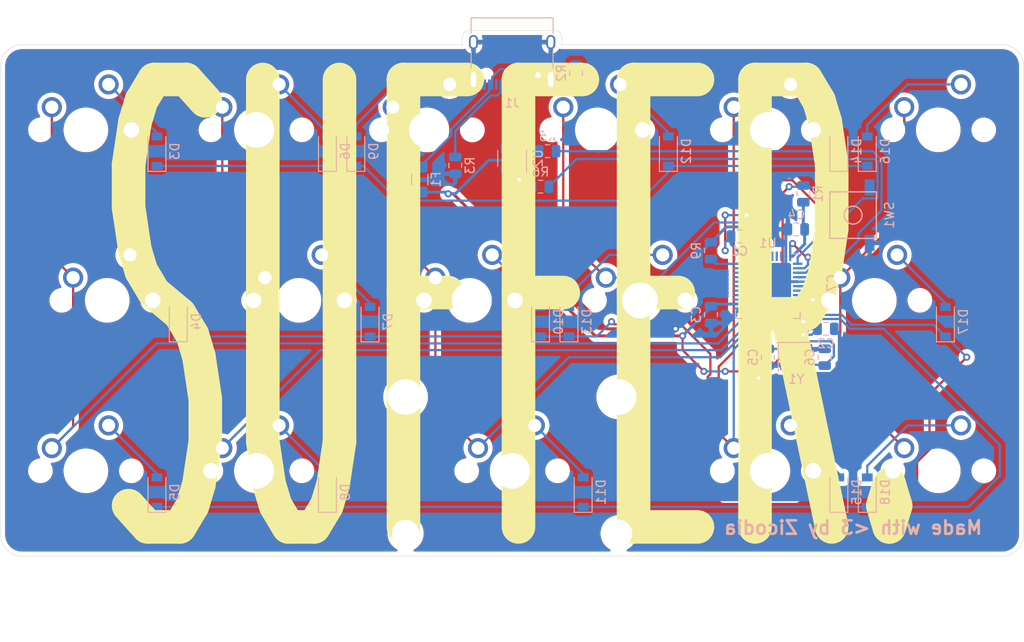
<source format=kicad_pcb>
(kicad_pcb (version 20211014) (generator pcbnew)
  (layers (0 "F.Cu" signal) (31 "B.Cu" signal) (34 "B.Paste" user) (35 "F.Paste" user) (36 "B.SilkS" user "B.Silkscreen") (37 "F.SilkS" user "F.Silkscreen") (38 "B.Mask" user) (39 "F.Mask" user) (44 "Edge.Cuts" user))
  (net 0 "")
  (net 1 "XTAL2")
  (net 2 "XTAL1")
  (net 3 "VBUS")
  (net 4 "Row2")
  (net 5 "Row1")
  (net 6 "Row0")
  (net 7 "Reset")
  (net 8 "Net-(R9-Pad2)")
  (net 9 "Net-(R6-Pad1)")
  (net 10 "Net-(R5-Pad1)")
  (net 11 "Net-(J1-PadB5)")
  (net 12 "Net-(J1-PadA5)")
  (net 13 "Net-(D9-Pad2)")
  (net 14 "Net-(D8-Pad2)")
  (net 15 "Net-(D7-Pad2)")
  (net 16 "Net-(D6-Pad2)")
  (net 17 "Net-(D5-Pad2)")
  (net 18 "Net-(D4-Pad2)")
  (net 19 "Net-(D3-Pad2)")
  (net 20 "Net-(D18-Pad2)")
  (net 21 "Net-(D17-Pad2)")
  (net 22 "Net-(D16-Pad2)")
  (net 23 "Net-(D15-Pad2)")
  (net 24 "Net-(D14-Pad2)")
  (net 25 "Net-(D13-Pad2)")
  (net 26 "Net-(D12-Pad2)")
  (net 27 "Net-(D11-Pad2)")
  (net 28 "Net-(D10-Pad2)")
  (net 29 "Net-(C7-Pad1)")
  (net 30 "GND")
  (net 31 "D_BUS-")
  (net 32 "D_BUS+")
  (net 33 "D-")
  (net 34 "D+")
  (net 35 "Col5")
  (net 36 "Col4")
  (net 37 "Col3")
  (net 38 "Col2")
  (net 39 "Col1")
  (net 40 "Col0")
  (net 41 "+5V")
  (footprint "MX_Only:MXOnly-1U-NoLED" (layer "F.Cu") (at 35.71875 126.20625)
    (fp_text reference "MX1")
    (fp_text value "MX-NoLED")
  )
  (footprint "MX_Only:MXOnly-1.25U-NoLED" (layer "F.Cu") (at 38.1 145.25625)
    (fp_text reference "MX2")
    (fp_text value "MX-NoLED")
  )
  (footprint "MX_Only:MXOnly-1U-NoLED" (layer "F.Cu") (at 35.71875 164.30625)
    (fp_text reference "MX3")
    (fp_text value "MX-NoLED")
  )
  (footprint "MX_Only:MXOnly-1U-NoLED" (layer "F.Cu") (at 54.76875 126.20625)
    (fp_text reference "MX4")
    (fp_text value "MX-NoLED")
  )
  (footprint "MX_Only:MXOnly-1U-NoLED" (layer "F.Cu") (at 59.53125 145.25625)
    (fp_text reference "MX5")
    (fp_text value "MX-NoLED")
  )
  (footprint "MX_Only:MXOnly-1U-NoLED" (layer "F.Cu") (at 54.76875 164.30625)
    (fp_text reference "MX6")
    (fp_text value "MX-NoLED")
  )
  (footprint "MX_Only:MXOnly-1U-NoLED" (layer "F.Cu") (at 73.81875 126.20625)
    (fp_text reference "MX7")
    (fp_text value "MX-NoLED")
  )
  (footprint "MX_Only:MXOnly-1U-NoLED" (layer "F.Cu") (at 78.58125 145.25625)
    (fp_text reference "MX8")
    (fp_text value "MX-NoLED")
  )
  (footprint "MX_Only:MXOnly-2U-ReversedStabilizers-NoLED" (layer "F.Cu") (at 83.34375 164.30625)
    (fp_text reference "MX9")
    (fp_text value "MX-NoLED")
  )
  (footprint "MX_Only:MXOnly-1U-NoLED" (layer "F.Cu") (at 97.63125 145.25625)
    (fp_text reference "MX11")
    (fp_text value "MX-NoLED")
  )
  (footprint "MX_Only:MXOnly-1U-NoLED" (layer "F.Cu") (at 111.91875 126.20625)
    (fp_text reference "MX12")
    (fp_text value "MX-NoLED")
  )
  (footprint "MX_Only:MXOnly-1U-NoLED" (layer "F.Cu") (at 130.96875 126.20625)
    (fp_text reference "MX14")
    (fp_text value "MX-NoLED")
  )
  (footprint "MX_Only:MXOnly-1.75U-NoLED" (layer "F.Cu") (at 123.825 145.25625)
    (fp_text reference "MX15")
    (fp_text value "MX-NoLED")
  )
  (footprint "MX_Only:MXOnly-1U-NoLED" (layer "F.Cu") (at 130.96875 164.30625)
    (fp_text reference "MX16")
    (fp_text value "MX-NoLED")
  )
  (footprint "MX_Only:MXOnly-1U-NoLED" (layer "F.Cu") (at 92.86875 126.20625)
    (fp_text reference "MX10")
    (fp_text value "MX-NoLED")
  )
  (footprint "MX_Only:MXOnly-1U-NoLED" (layer "F.Cu") (at 111.91875 164.30625)
    (fp_text reference "MX13")
    (fp_text value "MX-NoLED")
  )
  (footprint "Capacitor_SMD:C_0504_1310Metric" (layer "B.Cu") (at 117.58 143.31 90)
    (fp_text reference "C7")
    (fp_text value "1uF")
  )
  (footprint "Diode_SMD:D_SOD-123" (layer "B.Cu") (at 43.65625 128.5875 90)
    (fp_text reference "D3")
    (fp_text value "D_Small")
  )
  (footprint "Diode_SMD:D_SOD-123" (layer "B.Cu") (at 46.0375 147.6375 90)
    (fp_text reference "D4")
    (fp_text value "D_Small")
  )
  (footprint "Diode_SMD:D_SOD-123" (layer "B.Cu") (at 43.65625 166.6875 90)
    (fp_text reference "D5")
    (fp_text value "D_Small")
  )
  (footprint "Diode_SMD:D_SOD-123" (layer "B.Cu") (at 62.70625 128.5875 90)
    (fp_text reference "D6")
    (fp_text value "D_Small")
  )
  (footprint "Diode_SMD:D_SOD-123" (layer "B.Cu") (at 67.46875 147.6375 90)
    (fp_text reference "D7")
    (fp_text value "D_Small")
  )
  (footprint "Diode_SMD:D_SOD-123" (layer "B.Cu") (at 62.70625 166.6875 90)
    (fp_text reference "D8")
    (fp_text value "D_Small")
  )
  (footprint "Diode_SMD:D_SOD-123" (layer "B.Cu") (at 65.88125 128.5875 90)
    (fp_text reference "D9")
    (fp_text value "D_Small")
  )
  (footprint "Diode_SMD:D_SOD-123" (layer "B.Cu") (at 86.51875 147.6375 90)
    (fp_text reference "D10")
    (fp_text value "D_Small")
  )
  (footprint "Diode_SMD:D_SOD-123" (layer "B.Cu") (at 91.28125 166.6875 90)
    (fp_text reference "D11")
    (fp_text value "D_Small")
  )
  (footprint "Diode_SMD:D_SOD-123" (layer "B.Cu") (at 100.80625 128.5875 90)
    (fp_text reference "D12")
    (fp_text value "D_Small")
  )
  (footprint "Diode_SMD:D_SOD-123" (layer "B.Cu") (at 119.85625 128.5875 90)
    (fp_text reference "D14")
    (fp_text value "D_Small")
  )
  (footprint "Diode_SMD:D_SOD-123" (layer "B.Cu") (at 119.85625 166.6875 90)
    (fp_text reference "D15")
    (fp_text value "D_Small")
  )
  (footprint "Diode_SMD:D_SOD-123" (layer "B.Cu") (at 123.03125 128.5875 90)
    (fp_text reference "D16")
    (fp_text value "D_Small")
  )
  (footprint "Diode_SMD:D_SOD-123" (layer "B.Cu") (at 131.7625 147.6375 90)
    (fp_text reference "D17")
    (fp_text value "D_Small")
  )
  (footprint "Resistor_SMD:R_0805_2012Metric" (layer "B.Cu") (at 115.8875 133.35 90)
    (fp_text reference "R1")
    (fp_text value "10k")
  )
  (footprint "Resistor_SMD:R_0805_2012Metric" (layer "B.Cu") (at 90.4875 119.85625 -90)
    (fp_text reference "R2")
    (fp_text value "5.1k")
  )
  (footprint "Resistor_SMD:R_0805_2012Metric" (layer "B.Cu") (at 76.99375 130.175 90)
    (fp_text reference "R3")
    (fp_text value "5.1k")
  )
  (footprint "Resistor_SMD:R_0805_2012Metric" (layer "B.Cu") (at 87.3125 128.5875 180)
    (fp_text reference "R5")
    (fp_text value "22")
  )
  (footprint "Resistor_SMD:R_0805_2012Metric" (layer "B.Cu") (at 86.51875 132.55625 180)
    (fp_text reference "R6")
    (fp_text value "22")
  )
  (footprint "random-keyboard-parts:SKQG-1155865" (layer "B.Cu") (at 121.44375 135.73125 -90)
    (fp_text reference "SW1")
    (fp_text value "SW_Push")
  )
  (footprint "Package_DFN_QFN:QFN-44-1EP_7x7mm_P0.5mm_EP5.2x5.2mm" (layer "B.Cu") (at 111.91875 143.66875 180)
    (fp_text reference "U1")
    (fp_text value "ATmega32U4-MU")
  )
  (footprint "Crystal:Crystal_SMD_3225-4Pin_3.2x2.5mm" (layer "B.Cu") (at 115.09375 151.60625)
    (fp_text reference "Y1")
    (fp_text value "16 MHz")
  )
  (footprint "Fuse:Fuse_1206_3216Metric" (layer "B.Cu") (at 73.025 131.7625 90)
    (fp_text reference "F1")
    (fp_text value "500mA")
  )
  (footprint "Diode_SMD:D_SOD-123" (layer "B.Cu") (at 89.69375 147.6375 90)
    (fp_text reference "D13")
    (fp_text value "D_Small")
  )
  (footprint "Diode_SMD:D_SOD-123" (layer "B.Cu") (at 123.03125 166.6875 90)
    (fp_text reference "D18")
    (fp_text value "D_Small")
  )
  (footprint "Capacitor_SMD:C_0805_2012Metric" (layer "B.Cu") (at 118.26875 151.60625 -90)
    (fp_text reference "C6")
    (fp_text value "22pF")
  )
  (footprint "Capacitor_SMD:C_0805_2012Metric" (layer "B.Cu") (at 108.74375 138.1125)
    (fp_text reference "C1")
    (fp_text value "0.1uF")
  )
  (footprint "USB_Connectors:USB_C_Receptacle_XKB_U262-16XN-4BVC11" (layer "B.Cu") (at 83.34375 117.475)
    (fp_text reference "J1")
    (fp_text value "USB_C_Receptacle_USB2.0")
  )
  (footprint "Package_TO_SOT_SMD:SOT-23-6" (layer "B.Cu") (at 83.34375 129.38125 90)
    (fp_text reference "U2")
    (fp_text value "USBLC6-2SC6")
  )
  (footprint "Capacitor_SMD:C_0805_2012Metric" (layer "B.Cu") (at 111.91875 151.60625 -90)
    (fp_text reference "C5")
    (fp_text value "22pF")
  )
  (footprint "Capacitor_SMD:C_0805_2012Metric" (layer "B.Cu") (at 105.56875 146.84375 -90)
    (fp_text reference "C3")
    (fp_text value "0.1uF")
  )
  (footprint "Capacitor_SMD:C_0805_2012Metric" (layer "B.Cu") (at 115.09375 137.31875 180)
    (fp_text reference "C4")
    (fp_text value "10uF")
  )
  (footprint "Capacitor_SMD:C_0805_2012Metric" (layer "B.Cu") (at 118.4125 148.43125)
    (fp_text reference "C2")
    (fp_text value "0.1uF")
  )
  (footprint "Resistor_SMD:R_0805_2012Metric" (layer "B.Cu") (at 105.56875 139.7 -90)
    (fp_text reference "R9")
    (fp_text value "10k")
  )
  (gr_line (start 138.1125 116.68125) (end 88.9 116.68125) (layer "Edge.Cuts") (width 0.05))
  (gr_arc (start 140.49375 171.45) (mid 139.796298 173.133798) (end 138.1125 173.83125) (layer "Edge.Cuts") (width 0.05))
  (gr_line (start 88.10625 115.09375) (end 78.58125 115.09375) (layer "Edge.Cuts") (width 0.05))
  (gr_line (start 140.49375 171.45) (end 140.49375 119.0625) (layer "Edge.Cuts") (width 0.05))
  (gr_line (start 26.19375 119.0625) (end 26.19375 171.45) (layer "Edge.Cuts") (width 0.05))
  (gr_arc (start 28.575 173.83125) (mid 26.891202 173.133798) (end 26.19375 171.45) (layer "Edge.Cuts") (width 0.05))
  (gr_line (start 28.575 173.83125) (end 138.1125 173.83125) (layer "Edge.Cuts") (width 0.05))
  (gr_line (start 88.9 116.68125) (end 88.9 115.8875) (layer "Edge.Cuts") (width 0.05))
  (gr_arc (start 88.10625 115.09375) (mid 88.667516 115.326234) (end 88.9 115.8875) (layer "Edge.Cuts") (width 0.05))
  (gr_arc (start 26.19375 119.0625) (mid 26.891202 117.378702) (end 28.575 116.68125) (layer "Edge.Cuts") (width 0.05))
  (gr_line (start 77.7875 116.68125) (end 28.575 116.68125) (layer "Edge.Cuts") (width 0.05))
  (gr_arc (start 138.1125 116.68125) (mid 139.796298 117.378702) (end 140.49375 119.0625) (layer "Edge.Cuts") (width 0.05))
  (gr_arc (start 77.7875 115.8875) (mid 78.019984 115.326234) (end 78.58125 115.09375) (layer "Edge.Cuts") (width 0.05))
  (gr_line (start 77.7875 115.8875) (end 77.7875 116.68125) (layer "Edge.Cuts") (width 0.05))
  (gr_text "Made with <3 by Zicodia" (at 121.44375 170.65625) (layer "B.SilkS") (effects (font (size 1.5 1.5) (thickness 0.3)) (justify mirror)))
  (gr_text "SUFFER." (at 83.34375 147.6375) (layer "F.SilkS") (effects (font (size 50.000002 15) (thickness 3.75))))
  (segment (start 119.29576 150.188582) (end 118.936427 149.829249) (width 0.254) (layer "B.Cu") (net 1))
  (segment (start 114.604249 149.829249) (end 112.41875 147.64375) (width 0.254) (layer "B.Cu") (net 1))
  (segment (start 119.29576 151.51674) (end 119.29576 150.188582) (width 0.254) (layer "B.Cu") (net 1))
  (segment (start 112.41875 147.64375) (end 112.41875 147.00625) (width 0.254) (layer "B.Cu") (net 1))
  (segment (start 118.26875 152.54375) (end 119.29576 151.51674) (width 0.254) (layer "B.Cu") (net 1))
  (segment (start 118.18125 152.45625) (end 118.26875 152.54375) (width 0.254) (layer "B.Cu") (net 1))
  (segment (start 116.19375 152.45625) (end 118.18125 152.45625) (width 0.254) (layer "B.Cu") (net 1))
  (segment (start 118.936427 149.829249) (end 114.604249 149.829249) (width 0.254) (layer "B.Cu") (net 1))
  (segment (start 113.90625 150.66875) (end 113.99375 150.75625) (width 0.254) (layer "B.Cu") (net 2))
  (segment (start 111.91875 150.66875) (end 111.91875 147.00625) (width 0.254) (layer "B.Cu") (net 2))
  (segment (start 111.91875 150.66875) (end 113.90625 150.66875) (width 0.254) (layer "B.Cu") (net 2))
  (segment (start 73.025 130.3625) (end 76.53974 126.84776) (width 0.254) (layer "B.Cu") (net 3))
  (segment (start 81.997149 119.427999) (end 84.705749 119.427999) (width 0.254) (layer "B.Cu") (net 3))
  (segment (start 84.705749 119.427999) (end 85.59375 120.316) (width 0.254) (layer "B.Cu") (net 3))
  (segment (start 76.53974 126.12401) (end 80.79375 121.87) (width 0.254) (layer "B.Cu") (net 3))
  (segment (start 85.59375 120.316) (end 85.59375 121.145) (width 0.254) (layer "B.Cu") (net 3))
  (segment (start 81.116749 120.308399) (end 81.997149 119.427999) (width 0.254) (layer "B.Cu") (net 3))
  (segment (start 85.89375 121.145) (end 85.59375 121.145) (width 0.254) (layer "B.Cu") (net 3))
  (segment (start 80.79375 121.145) (end 81.116749 120.822001) (width 0.254) (layer "B.Cu") (net 3))
  (segment (start 81.116749 120.822001) (end 81.116749 120.308399) (width 0.254) (layer "B.Cu") (net 3))
  (segment (start 80.79375 121.87) (end 80.79375 121.145) (width 0.254) (layer "B.Cu") (net 3))
  (segment (start 76.53974 126.84776) (end 76.53974 126.12401) (width 0.254) (layer "B.Cu") (net 3))
  (segment (start 124.862712 148.43125) (end 121.10125 148.43125) (width 0.254) (layer "B.Cu") (net 4))
  (segment (start 121.10125 148.43125) (end 120.006568 147.336568) (width 0.254) (layer "B.Cu") (net 4))
  (segment (start 116.188432 146.910989) (end 115.998489 146.910989) (width 0.254) (layer "B.Cu") (net 4))
  (segment (start 137.84 161.408538) (end 124.862712 148.43125) (width 0.254) (layer "B.Cu") (net 4))
  (segment (start 115.998489 146.910989) (end 115.25625 146.16875) (width 0.254) (layer "B.Cu") (net 4))
  (segment (start 123.03125 168.3375) (end 43.65625 168.3375) (width 0.254) (layer "B.Cu") (net 4))
  (segment (start 137.84 164.86) (end 137.84 161.408538) (width 0.254) (layer "B.Cu") (net 4))
  (segment (start 116.614011 147.336568) (end 116.188432 146.910989) (width 0.254) (layer "B.Cu") (net 4))
  (segment (start 120.006568 147.336568) (end 116.614011 147.336568) (width 0.254) (layer "B.Cu") (net 4))
  (segment (start 123.03125 168.3375) (end 134.3625 168.3375) (width 0.254) (layer "B.Cu") (net 4))
  (segment (start 134.3625 168.3375) (end 137.84 164.86) (width 0.254) (layer "B.Cu") (net 4))
  (segment (start 105.21 153.786193) (end 105.21 165.43) (width 0.254) (layer "F.Cu") (net 5))
  (segment (start 128.598329 163.324388) (end 129.986888 161.935829) (width 0.254) (layer "F.Cu") (net 5))
  (segment (start 101.299068 147.704739) (end 101.949451 147.704739) (width 0.254) (layer "F.Cu") (net 5))
  (segment (start 107.02 167.24) (end 115.015361 167.24) (width 0.254) (layer "F.Cu") (net 5))
  (segment (start 105.501511 153.494682) (end 105.21 153.786193) (width 0.254) (layer "F.Cu") (net 5))
  (segment (start 115.015361 167.24) (end 115.62821 166.627151) (width 0.254) (layer "F.Cu") (net 5))
  (segment (start 101.064177 147.93963) (end 101.299068 147.704739) (width 0.254) (layer "F.Cu") (net 5))
  (segment (start 129.986888 161.935829) (end 129.986888 155.763112) (width 0.254) (layer "F.Cu") (net 5))
  (segment (start 115.62821 166.627151) (end 127.25929 166.627151) (width 0.254) (layer "F.Cu") (net 5))
  (segment (start 94.75838 147.93963) (end 101.064177 147.93963) (width 0.254) (layer "F.Cu") (net 5))
  (segment (start 128.598329 165.288112) (end 128.598329 163.324388) (width 0.254) (layer "F.Cu") (net 5))
  (segment (start 101.949451 147.704739) (end 105.501511 151.256799) (width 0.254) (layer "F.Cu") (net 5))
  (segment (start 127.25929 166.627151) (end 128.598329 165.288112) (width 0.254) (layer "F.Cu") (net 5))
  (segment (start 94.45625 147.6375) (end 94.75838 147.93963) (width 0.254) (layer "F.Cu") (net 5))
  (segment (start 129.986888 155.763112) (end 134.14375 151.60625) (width 0.254) (layer "F.Cu") (net 5))
  (segment (start 105.501511 151.256799) (end 105.501511 153.494682) (width 0.254) (layer "F.Cu") (net 5))
  (segment (start 105.21 165.43) (end 107.02 167.24) (width 0.254) (layer "F.Cu") (net 5))
  (via (at 94.45625 147.6375) (size 0.8) (drill 0.4) (layers "F.Cu" "B.Cu") (net 5))
  (via (at 134.14375 151.60625) (size 0.8) (drill 0.4) (layers "F.Cu" "B.Cu") (net 5))
  (segment (start 116.2 146.398741) (end 116.317558 146.398741) (width 0.254) (layer "B.Cu") (net 5))
  (segment (start 92.80625 149.2875) (end 94.45625 147.6375) (width 0.254) (layer "B.Cu") (net 5))
  (segment (start 115.25625 144.66875) (end 115.92875 144.66875) (width 0.254) (layer "B.Cu") (net 5))
  (segment (start 89.69375 149.2875) (end 92.80625 149.2875) (width 0.254) (layer "B.Cu") (net 5))
  (segment (start 120.194422 146.883048) (end 121.289104 147.97773) (width 0.254) (layer "B.Cu") (net 5))
  (segment (start 116.801865 146.883048) (end 120.194422 146.883048) (width 0.254) (layer "B.Cu") (net 5))
  (segment (start 134.14375 151.60625) (end 131.825 149.2875) (width 0.254) (layer "B.Cu") (net 5))
  (segment (start 116.2 144.94) (end 116.2 146.398741) (width 0.254) (layer "B.Cu") (net 5))
  (segment (start 115.92875 144.66875) (end 116.2 144.94) (width 0.254) (layer "B.Cu") (net 5))
  (segment (start 121.289104 147.97773) (end 130.45273 147.97773) (width 0.254) (layer "B.Cu") (net 5))
  (segment (start 131.825 149.2875) (end 131.7625 149.2875) (width 0.254) (layer "B.Cu") (net 5))
  (segment (start 130.45273 147.97773) (end 131.7625 149.2875) (width 0.254) (layer "B.Cu") (net 5))
  (segment (start 116.317558 146.398741) (end 116.376286 146.457469) (width 0.254) (layer "B.Cu") (net 5))
  (segment (start 89.69375 149.2875) (end 46.0375 149.2875) (width 0.254) (layer "B.Cu") (net 5))
  (segment (start 116.801865 146.883048) (end 116.376286 146.457469) (width 0.254) (layer "B.Cu") (net 5))
  (segment (start 116.376286 146.457469) (end 116.35 146.457469) (width 0.254) (layer "B.Cu") (net 5))
  (segment (start 100.80625 130.2375) (end 100.80625 130.9415) (width 0.254) (layer "B.Cu") (net 6))
  (segment (start 119.85625 130.2375) (end 100.80625 130.2375) (width 0.254) (layer "B.Cu") (net 6))
  (segment (start 119.85625 130.9415) (end 120.65 131.73525) (width 0.254) (layer "B.Cu") (net 6))
  (segment (start 120.65 131.73525) (end 120.65 135.045778) (width 0.254) (layer "B.Cu") (net 6))
  (segment (start 115.25625 140.439528) (end 115.25625 140.94375) (width 0.254) (layer "B.Cu") (net 6))
  (segment (start 65.88125 130.2375) (end 43.65625 130.2375) (width 0.254) (layer "B.Cu") (net 6))
  (segment (start 119.85625 130.2375) (end 119.85625 130.9415) (width 0.254) (layer "B.Cu") (net 6))
  (segment (start 100.80625 130.9415) (end 97.63324 134.11451) (width 0.254) (layer "B.Cu") (net 6))
  (segment (start 123.03125 130.2375) (end 119.85625 130.2375) (width 0.254) (layer "B.Cu") (net 6))
  (segment (start 120.65 135.045778) (end 115.25625 140.439528) (width 0.254) (layer "B.Cu") (net 6))
  (segment (start 97.63324 134.11451) (end 70.61226 134.11451) (width 0.254) (layer "B.Cu") (net 6))
  (segment (start 66.73525 130.2375) (end 65.88125 130.2375) (width 0.254) (layer "B.Cu") (net 6))
  (segment (start 70.61226 134.11451) (end 66.73525 130.2375) (width 0.254) (layer "B.Cu") (net 6))
  (segment (start 115.25625 140.94375) (end 115.25625 141.16875) (width 0.254) (layer "B.Cu") (net 6))
  (segment (start 113.572999 133.283251) (end 114.3 132.55625) (width 0.254) (layer "F.Cu") (net 7))
  (segment (start 115.8875 147.6375) (end 113.572999 145.322999) (width 0.254) (layer "F.Cu") (net 7))
  (segment (start 113.572999 145.322999) (end 113.572999 133.283251) (width 0.254) (layer "F.Cu") (net 7))
  (via (at 115.8875 147.6375) (size 0.8) (drill 0.4) (layers "F.Cu" "B.Cu") (net 7))
  (via (at 114.3 132.55625) (size 0.8) (drill 0.4) (layers "F.Cu" "B.Cu") (net 7))
  (segment (start 113.91875 147.64375) (end 114.14576 147.87076) (width 0.254) (layer "B.Cu") (net 7))
  (segment (start 114.3 132.55625) (end 115.74375 132.55625) (width 0.254) (layer "B.Cu") (net 7))
  (segment (start 113.91875 147.00625) (end 113.91875 147.64375) (width 0.254) (layer "B.Cu") (net 7))
  (segment (start 114.14576 147.87076) (end 115.65424 147.87076) (width 0.254) (layer "B.Cu") (net 7))
  (segment (start 115.74375 132.55625) (end 115.8875 132.4125) (width 0.254) (layer "B.Cu") (net 7))
  (segment (start 119.59375 132.63125) (end 116.10625 132.63125) (width 0.254) (layer "B.Cu") (net 7))
  (segment (start 116.10625 132.63125) (end 115.8875 132.4125) (width 0.254) (layer "B.Cu") (net 7))
  (segment (start 115.65424 147.87076) (end 115.8875 147.6375) (width 0.254) (layer "B.Cu") (net 7))
  (segment (start 106.1 141.16875) (end 105.56875 140.6375) (width 0.254) (layer "B.Cu") (net 8))
  (segment (start 108.58125 141.16875) (end 106.1 141.16875) (width 0.254) (layer "B.Cu") (net 8))
  (segment (start 90.552001 129.460499) (end 123.892851 129.460499) (width 0.254) (layer "B.Cu") (net 9))
  (segment (start 116.17125 142.16875) (end 115.25625 142.16875) (width 0.254) (layer "B.Cu") (net 9))
  (segment (start 124.105351 133.858251) (end 122.528147 133.858251) (width 0.254) (layer "B.Cu") (net 9))
  (segment (start 122.528147 133.858251) (end 117.24 139.146398) (width 0.254) (layer "B.Cu") (net 9))
  (segment (start 87.45625 132.55625) (end 90.552001 129.460499) (width 0.254) (layer "B.Cu") (net 9))
  (segment (start 124.170751 129.738399) (end 124.170751 133.792851) (width 0.254) (layer "B.Cu") (net 9))
  (segment (start 117.24 139.146398) (end 117.24 141.1) (width 0.254) (layer "B.Cu") (net 9))
  (segment (start 124.170751 133.792851) (end 124.105351 133.858251) (width 0.254) (layer "B.Cu") (net 9))
  (segment (start 123.892851 129.460499) (end 124.170751 129.738399) (width 0.254) (layer "B.Cu") (net 9))
  (segment (start 117.24 141.1) (end 116.17125 142.16875) (width 0.254) (layer "B.Cu") (net 9))
  (segment (start 122.049313 138.530687) (end 118.560711 142.019289) (width 0.254) (layer "B.Cu") (net 10))
  (segment (start 123.661226 128.5875) (end 124.624271 129.550545) (width 0.254) (layer "B.Cu") (net 10))
  (segment (start 122.049313 137.780687) (end 122.049313 138.530687) (width 0.254) (layer "B.Cu") (net 10))
  (segment (start 116.967283 142.019289) (end 116.317822 142.66875) (width 0.254) (layer "B.Cu") (net 10))
  (segment (start 124.624271 135.205729) (end 122.049313 137.780687) (width 0.254) (layer "B.Cu") (net 10))
  (segment (start 116.317822 142.66875) (end 115.25625 142.66875) (width 0.254) (layer "B.Cu") (net 10))
  (segment (start 88.25 128.5875) (end 123.661226 128.5875) (width 0.254) (layer "B.Cu") (net 10))
  (segment (start 118.560711 142.019289) (end 116.967283 142.019289) (width 0.254) (layer "B.Cu") (net 10))
  (segment (start 124.624271 129.550545) (end 124.624271 135.205729) (width 0.254) (layer "B.Cu") (net 10))
  (segment (start 89.46049 120.502828) (end 89.46049 119.94576) (width 0.254) (layer "B.Cu") (net 11))
  (segment (start 87.916317 122.047001) (end 89.46049 120.502828) (width 0.254) (layer "B.Cu") (net 11))
  (segment (start 85.09375 121.958602) (end 85.182149 122.047001) (width 0.254) (layer "B.Cu") (net 11))
  (segment (start 85.09375 121.145) (end 85.09375 121.958602) (width 0.254) (layer "B.Cu") (net 11))
  (segment (start 89.46049 119.94576) (end 89.931263 119.474987) (width 0.254) (layer "B.Cu") (net 11))
  (segment (start 89.931263 119.474987) (end 90.4875 118.91875) (width 0.254) (layer "B.Cu") (net 11))
  (segment (start 85.182149 122.047001) (end 87.916317 122.047001) (width 0.254) (layer "B.Cu") (net 11))
  (segment (start 80.9625 122.363538) (end 81.704212 122.363538) (width 0.254) (layer "B.Cu") (net 12))
  (segment (start 76.99375 129.2375) (end 76.99375 126.332288) (width 0.254) (layer "B.Cu") (net 12))
  (segment (start 76.99375 126.332288) (end 80.9625 122.363538) (width 0.254) (layer "B.Cu") (net 12))
  (segment (start 81.704212 122.363538) (end 82.09375 121.974) (width 0.254) (layer "B.Cu") (net 12))
  (segment (start 82.09375 121.974) (end 82.09375 121.145) (width 0.254) (layer "B.Cu") (net 12))
  (segment (start 65.88125 126.9375) (end 65.88125 125.644788) (width 0.254) (layer "B.Cu") (net 13))
  (segment (start 65.88125 125.644788) (end 70.399788 121.12625) (width 0.254) (layer "B.Cu") (net 13))
  (segment (start 70.399788 121.12625) (end 74.76776 121.12625) (width 0.254) (layer "B.Cu") (net 13))
  (segment (start 74.76776 121.12625) (end 76.35875 121.12625) (width 0.254) (layer "B.Cu") (net 13))
  (segment (start 62.70625 164.62375) (end 62.70625 165.0375) (width 0.254) (layer "B.Cu") (net 14))
  (segment (start 57.30875 159.22625) (end 62.70625 164.62375) (width 0.254) (layer "B.Cu") (net 14))
  (segment (start 62.07125 140.17625) (end 67.46875 145.57375) (width 0.254) (layer "B.Cu") (net 15))
  (segment (start 67.46875 145.57375) (end 67.46875 145.9875) (width 0.254) (layer "B.Cu") (net 15))
  (segment (start 62.70625 126.52375) (end 62.70625 126.9375) (width 0.254) (layer "B.Cu") (net 16))
  (segment (start 57.30875 121.12625) (end 62.70625 126.52375) (width 0.254) (layer "B.Cu") (net 16))
  (segment (start 38.25875 159.22625) (end 43.65625 164.62375) (width 0.254) (layer "B.Cu") (net 17))
  (segment (start 43.65625 164.62375) (end 43.65625 165.0375) (width 0.254) (layer "B.Cu") (net 17))
  (segment (start 46.0375 145.57375) (end 46.0375 145.9875) (width 0.254) (layer "B.Cu") (net 18))
  (segment (start 40.64 140.17625) (end 46.0375 145.57375) (width 0.254) (layer "B.Cu") (net 18))
  (segment (start 38.25875 121.12625) (end 43.65625 126.52375) (width 0.254) (layer "B.Cu") (net 19))
  (segment (start 43.65625 126.52375) (end 43.65625 126.9375) (width 0.254) (layer "B.Cu") (net 19))
  (segment (start 123.03125 163.744788) (end 127.549788 159.22625) (width 0.254) (layer "B.Cu") (net 20))
  (segment (start 123.03125 165.0375) (end 123.03125 163.744788) (width 0.254) (layer "B.Cu") (net 20))
  (segment (start 127.549788 159.22625) (end 131.91776 159.22625) (width 0.254) (layer "B.Cu") (net 20))
  (segment (start 131.91776 159.22625) (end 133.50875 159.22625) (width 0.254) (layer "B.Cu") (net 20))
  (segment (start 126.365 140.17625) (end 131.7625 145.57375) (width 0.254) (layer "B.Cu") (net 21))
  (segment (start 131.7625 145.57375) (end 131.7625 145.9875) (width 0.254) (layer "B.Cu") (net 21))
  (segment (start 123.03125 125.644788) (end 127.549788 121.12625) (width 0.254) (layer "B.Cu") (net 22))
  (segment (start 127.549788 121.12625) (end 131.91776 121.12625) (width 0.254) (layer "B.Cu") (net 22))
  (segment (start 123.03125 126.9375) (end 123.03125 125.644788) (width 0.254) (layer "B.Cu") (net 22))
  (segment (start 131.91776 121.12625) (end 133.50875 121.12625) (width 0.254) (layer "B.Cu") (net 22))
  (segment (start 119.85625 164.62375) (end 119.85625 165.0375) (width 0.254) (layer "B.Cu") (net 23))
  (segment (start 114.45875 159.22625) (end 119.85625 164.62375) (width 0.254) (layer "B.Cu") (net 23))
  (segment (start 114.45875 121.12625) (end 119.85625 126.52375) (width 0.254) (layer "B.Cu") (net 24))
  (segment (start 119.85625 126.52375) (end 119.85625 126.9375) (width 0.254) (layer "B.Cu") (net 24))
  (segment (start 89.69375 145.9875) (end 89.69375 144.694788) (width 0.254) (layer "B.Cu") (net 25))
  (segment (start 89.69375 144.694788) (end 94.212288 140.17625) (width 0.254) (layer "B.Cu") (net 25))
  (segment (start 98.58026 140.17625) (end 100.17125 140.17625) (width 0.254) (layer "B.Cu") (net 25))
  (segment (start 94.212288 140.17625) (end 98.58026 140.17625) (width 0.254) (layer "B.Cu") (net 25))
  (segment (start 100.80625 126.52375) (end 100.80625 126.9375) (width 0.254) (layer "B.Cu") (net 26))
  (segment (start 95.40875 121.12625) (end 100.80625 126.52375) (width 0.254) (layer "B.Cu") (net 26))
  (segment (start 91.28125 164.62375) (end 91.28125 165.0375) (width 0.254) (layer "B.Cu") (net 27))
  (segment (start 85.88375 159.22625) (end 91.28125 164.62375) (width 0.254) (layer "B.Cu") (net 27))
  (segment (start 86.51875 145.57375) (end 86.51875 145.9875) (width 0.254) (layer "B.Cu") (net 28))
  (segment (start 81.12125 140.17625) (end 86.51875 145.57375) (width 0.254) (layer "B.Cu") (net 28))
  (segment (start 115.25625 143.66875) (end 117.39875 143.66875) (width 0.254) (layer "B.Cu") (net 29))
  (segment (start 117.39875 143.66875) (end 117.58 143.85) (width 0.254) (layer "B.Cu") (net 29))
  (segment (start 93.8909 148.43125) (end 101.6 148.43125) (width 0.3302) (layer "F.Cu") (net 30))
  (segment (start 84.1375 138.67785) (end 93.8909 148.43125) (width 0.3302) (layer "F.Cu") (net 30))
  (segment (start 84.1375 131.7625) (end 84.1375 138.67785) (width 0.3302) (layer "F.Cu") (net 30))
  (via (at 84.1375 131.7625) (size 0.8) (drill 0.4) (layers "F.Cu" "B.Cu") (net 30))
  (via (at 101.6 148.43125) (size 0.8) (drill 0.4) (layers "F.Cu" "B.Cu") (net 30))
  (segment (start 112.41875 143.16875) (end 111.91875 143.66875) (width 0.3302) (layer "B.Cu") (net 30))
  (segment (start 105.56875 138.7625) (end 107.28386 137.04739) (width 0.3302) (layer "B.Cu") (net 30))
  (segment (start 104.50364 139.82761) (end 105.012513 139.318737) (width 0.3302) (layer "B.Cu") (net 30))
  (segment (start 114.15625 137.31875) (end 113.91875 137.55625) (width 0.3302) (layer "B.Cu") (net 30))
  (segment (start 109.91875 140.973482) (end 111.91875 142.973482) (width 0.3302) (layer "B.Cu") (net 30))
  (segment (start 79.58875 121.145) (end 79.02375 120.58) (width 0.3302) (layer "B.Cu") (net 30))
  (segment (start 83.34375 130.48125) (end 83.34375 130.96875) (width 0.3302) (layer "B.Cu") (net 30))
  (segment (start 119.906237 148.987487) (end 119.906237 152.467323) (width 0.3302) (layer "B.Cu") (net 30))
  (segment (start 87.09875 121.145) (end 87.66375 120.58) (width 0.3302) (layer "B.Cu") (net 30))
  (segment (start 108.777198 146.16875) (end 108.58125 146.16875) (width 0.254) (layer "B.Cu") (net 30))
  (segment (start 114.103348 152.54375) (end 115.978348 150.66875) (width 0.381) (layer "B.Cu") (net 30))
  (segment (start 111.91875 142.973482) (end 111.91875 143.66875) (width 0.3302) (layer "B.Cu") (net 30))
  (segment (start 112.91875 147.00625) (end 112.91875 144.66875) (width 0.254) (layer "B.Cu") (net 30))
  (segment (start 107.28386 137.04739) (end 108.61614 137.04739) (width 0.3302) (layer "B.Cu") (net 30))
  (segment (start 113.91875 140.33125) (end 113.91875 141.66875) (width 0.3302) (layer "B.Cu") (net 30))
  (segment (start 117.18125 143.16875) (end 115.25625 143.16875) (width 0.254) (layer "B.Cu") (net 30))
  (segment (start 79.99375 121.145) (end 79.58875 121.145) (width 0.3302) (layer "B.Cu") (net 30))
  (segment (start 112.91875 144.66875) (end 111.91875 143.66875) (width 0.254) (layer "B.Cu") (net 30))
  (segment (start 123.29375 138.83125) (end 122.99125 138.83125) (width 0.254) (layer "B.Cu") (net 30))
  (segment (start 79.99375 121.145) (end 80.278649 121.145) (width 0.3302) (layer "B.Cu") (net 30))
  (segment (start 119.906237 152.467323) (end 118.952209 153.421351) (width 0.3302) (layer "B.Cu") (net 30))
  (segment (start 87.09875 121.145) (end 86.408851 121.145) (width 0.3302) (layer "B.Cu") (net 30))
  (segment (start 117.46875 150.66875) (end 118.26875 150.66875) (width 0.381) (layer "B.Cu") (net 30))
  (segment (start 109.68125 138.1125) (end 109.91875 138.35) (width 0.3302) (layer "B.Cu") (net 30))
  (segment (start 104.50364 145.52761) (end 104.50364 139.82761) (width 0.3302) (layer "B.Cu") (net 30))
  (segment (start 113.91875 141.66875) (end 111.91875 143.66875) (width 0.3302) (layer "B.Cu") (net 30))
  (segment (start 108.804208 146.14174) (end 108.777198 146.16875) (width 0.254) (layer "B.Cu") (net 30))
  (segment (start 109.91875 138.35) (end 109.91875 140.33125) (width 0.3302) (layer "B.Cu") (net 30))
  (segment (start 117.58 142.77) (end 117.18125 143.16875) (width 0.254) (layer "B.Cu") (net 30))
  (segment (start 108.61614 137.04739) (end 109.125013 137.556263) (width 0.3302) (layer "B.Cu") (net 30))
  (segment (start 105.012513 139.318737) (end 105.56875 138.7625) (width 0.3302) (layer "B.Cu") (net 30))
  (segment (start 111.91875 144.417898) (end 110.194908 146.14174) (width 0.254) (layer "B.Cu") (net 30))
  (segment (start 83.34375 130.96875) (end 84.1375 131.7625) (width 0.3302) (layer "B.Cu") (net 30))
  (segment (start 110.194908 146.14174) (end 108.804208 146.14174) (width 0.254) (layer "B.Cu") (net 30))
  (segment (start 115.978348 150.66875) (end 117.46875 150.66875) (width 0.381) (layer "B.Cu") (net 30))
  (segment (start 111.91875 152.54375) (end 114.103348 152.54375) (width 0.381) (layer "B.Cu") (net 30))
  (segment (start 109.91875 140.33125) (end 109.91875 140.973482) (width 0.3302) (layer "B.Cu") (net 30))
  (segment (start 101.6 148.43125) (end 104.50364 145.52761) (width 0.3302) (layer "B.Cu") (net 30))
  (segment (start 109.125013 137.556263) (end 109.68125 138.1125) (width 0.3302) (layer "B.Cu") (net 30))
  (segment (start 111.91875 143.66875) (end 111.91875 144.417898) (width 0.254) (layer "B.Cu") (net 30))
  (segment (start 107.21858 147.78125) (end 108.58125 146.41858) (width 0.3302) (layer "B.Cu") (net 30))
  (segment (start 105.56875 147.78125) (end 107.21858 147.78125) (width 0.3302) (layer "B.Cu") (net 30))
  (segment (start 115.058851 153.421351) (end 114.09375 152.45625) (width 0.3302) (layer "B.Cu") (net 30))
  (segment (start 113.91875 137.55625) (end 113.91875 140.33125) (width 0.3302) (layer "B.Cu") (net 30))
  (segment (start 115.25625 143.16875) (end 112.41875 143.16875) (width 0.3302) (layer "B.Cu") (net 30))
  (segment (start 119.35 148.43125) (end 119.906237 148.987487) (width 0.3302) (layer "B.Cu") (net 30))
  (segment (start 86.69375 121.145) (end 87.09875 121.145) (width 0.3302) (layer "B.Cu") (net 30))
  (segment (start 108.58125 146.41858) (end 108.58125 146.19896) (width 0.3302) (layer "B.Cu") (net 30))
  (segment (start 114.09375 152.45625) (end 113.99375 152.45625) (width 0.3302) (layer "B.Cu") (net 30))
  (segment (start 118.952209 153.421351) (end 115.058851 153.421351) (width 0.3302) (layer "B.Cu") (net 30))
  (segment (start 83.520749 120.242999) (end 82.666751 120.242999) (width 0.254) (layer "B.Cu") (net 31))
  (segment (start 82.39375 128.28125) (end 82.39375 123.158602) (width 0.254) (layer "B.Cu") (net 31))
  (segment (start 82.666751 120.242999) (end 82.59375 120.316) (width 0.254) (layer "B.Cu") (net 31))
  (segment (start 82.59375 121.974) (end 82.59375 121.145) (width 0.254) (layer "B.Cu") (net 31))
  (segment (start 83.59375 121.145) (end 83.59375 120.316) (width 0.254) (layer "B.Cu") (net 31))
  (segment (start 83.59375 120.316) (end 83.520749 120.242999) (width 0.254) (layer "B.Cu") (net 31))
  (segment (start 82.59375 122.958602) (end 82.59375 121.974) (width 0.254) (layer "B.Cu") (net 31))
  (segment (start 82.59375 120.316) (end 82.59375 121.145) (width 0.254) (layer "B.Cu") (net 31))
  (segment (start 82.39375 123.158602) (end 82.59375 122.958602) (width 0.254) (layer "B.Cu") (net 31))
  (segment (start 84.29375 128.28125) (end 84.29375 123.158602) (width 0.254) (layer "B.Cu") (net 32))
  (segment (start 83.09375 121.9875) (end 84.264852 123.158602) (width 0.254) (layer "B.Cu") (net 32))
  (segment (start 84.09375 122.958602) (end 84.09375 121.974) (width 0.254) (layer "B.Cu") (net 32))
  (segment (start 84.29375 123.158602) (end 84.09375 122.958602) (width 0.254) (layer "B.Cu") (net 32))
  (segment (start 83.09375 121.145) (end 83.09375 121.9875) (width 0.254) (layer "B.Cu") (net 32))
  (segment (start 84.09375 121.974) (end 84.09375 121.145) (width 0.254) (layer "B.Cu") (net 32))
  (segment (start 84.264852 123.158602) (end 84.29375 123.158602) (width 0.254) (layer "B.Cu") (net 32))
  (segment (start 82.39375 131.26525) (end 83.68475 132.55625) (width 0.254) (layer "B.Cu") (net 33))
  (segment (start 83.68475 132.55625) (end 84.99375 132.55625) (width 0.254) (layer "B.Cu") (net 33))
  (segment (start 82.39375 130.48125) (end 82.39375 131.26525) (width 0.254) (layer "B.Cu") (net 33))
  (segment (start 84.99375 132.55625) (end 85.58125 132.55625) (width 0.254) (layer "B.Cu") (net 33))
  (segment (start 84.45625 130.31875) (end 84.29375 130.48125) (width 0.254) (layer "B.Cu") (net 34))
  (segment (start 85.9825 128.5875) (end 86.375 128.5875) (width 0.254) (layer "B.Cu") (net 34))
  (segment (start 84.29375 130.48125) (end 84.29375 130.27625) (width 0.254) (layer "B.Cu") (net 34))
  (segment (start 84.29375 130.27625) (end 85.9825 128.5875) (width 0.254) (layer "B.Cu") (net 34))
  (segment (start 120.015 154.6225) (end 111.59399 154.6225) (width 0.254) (layer "F.Cu") (net 35))
  (segment (start 120.015 154.6225) (end 127.15875 161.76625) (width 0.254) (layer "F.Cu") (net 35))
  (segment (start 127.15875 123.66625) (end 127.15875 125.25724) (width 0.254) (layer "F.Cu") (net 35))
  (segment (start 127.15875 125.25724) (end 127.4 125.49849) (width 0.254) (layer "F.Cu") (net 35))
  (segment (start 127.4 135.33125) (end 120.015 142.71625) (width 0.254) (layer "F.Cu") (net 35))
  (segment (start 120.015 142.71625) (end 120.015 154.6225) (width 0.254) (layer "F.Cu") (net 35))
  (segment (start 111.59399 154.6225) (end 110.89174 153.92025) (width 0.254) (layer "F.Cu") (net 35))
  (segment (start 127.4 125.49849) (end 127.4 135.33125) (width 0.254) (layer "F.Cu") (net 35))
  (via (at 110.89174 153.92025) (size 0.8) (drill 0.4) (layers "F.Cu" "B.Cu") (net 35))
  (segment (start 111.41875 148.069948) (end 110.89174 148.596958) (width 0.254) (layer "B.Cu") (net 35))
  (segment (start 111.41875 147.00625) (end 111.41875 148.069948) (width 0.254) (layer "B.Cu") (net 35))
  (segment (start 110.89174 148.596958) (end 110.89174 153.92025) (width 0.254) (layer "B.Cu") (net 35))
  (segment (start 108.10875 123.66625) (end 108.10875 150.98125) (width 0.254) (layer "F.Cu") (net 36))
  (segment (start 106.429739 152.660261) (end 106.429739 160.087239) (width 0.254) (layer "F.Cu") (net 36))
  (segment (start 106.429739 160.087239) (end 108.10875 161.76625) (width 0.254) (layer "F.Cu") (net 36))
  (segment (start 108.10875 150.98125) (end 106.429739 152.660261) (width 0.254) (layer "F.Cu") (net 36))
  (segment (start 108.10875 161.76625) (end 108.10875 150.737882) (width 0.254) (layer "B.Cu") (net 36))
  (segment (start 110.91875 147.927882) (end 110.91875 147.00625) (width 0.254) (layer "B.Cu") (net 36))
  (segment (start 108.10875 150.737882) (end 110.91875 147.927882) (width 0.254) (layer "B.Cu") (net 36))
  (segment (start 89.05875 123.66625) (end 89.05875 137.95375) (width 0.254) (layer "F.Cu") (net 37))
  (segment (start 89.05875 137.95375) (end 93.82125 142.71625) (width 0.254) (layer "F.Cu") (net 37))
  (segment (start 105.941182 136.55528) (end 109.631208 136.55528) (width 0.254) (layer "B.Cu") (net 37))
  (segment (start 99.780212 142.71625) (end 105.941182 136.55528) (width 0.254) (layer "B.Cu") (net 37))
  (segment (start 111.91875 138.842822) (end 111.91875 139.69375) (width 0.254) (layer "B.Cu") (net 37))
  (segment (start 109.631208 136.55528) (end 111.91875 138.842822) (width 0.254) (layer "B.Cu") (net 37))
  (segment (start 93.82125 142.71625) (end 99.780212 142.71625) (width 0.254) (layer "B.Cu") (net 37))
  (segment (start 111.91875 139.69375) (end 111.91875 140.33125) (width 0.254) (layer "B.Cu") (net 37))
  (segment (start 74.77125 142.71625) (end 74.77125 157.00375) (width 0.254) (layer "F.Cu") (net 38))
  (segment (start 70.00875 123.66625) (end 70.00875 137.95375) (width 0.254) (layer "F.Cu") (net 38))
  (segment (start 70.00875 137.95375) (end 74.77125 142.71625) (width 0.254) (layer "F.Cu") (net 38))
  (segment (start 74.77125 157.00375) (end 79.53375 161.76625) (width 0.254) (layer "F.Cu") (net 38))
  (segment (start 110.41875 147.785816) (end 110.41875 147.64375) (width 0.254) (layer "B.Cu") (net 38))
  (segment (start 110.41875 147.64375) (end 110.41875 147.00625) (width 0.254) (layer "B.Cu") (net 38))
  (segment (start 106.598316 151.60625) (end 110.41875 147.785816) (width 0.254) (layer "B.Cu") (net 38))
  (segment (start 89.69375 151.60625) (end 106.598316 151.60625) (width 0.254) (layer "B.Cu") (net 38))
  (segment (start 79.53375 161.76625) (end 89.69375 151.60625) (width 0.254) (layer "B.Cu") (net 38))
  (segment (start 55.72125 157.00375) (end 50.95875 161.76625) (width 0.254) (layer "F.Cu") (net 39))
  (segment (start 55.72125 142.71625) (end 55.72125 157.00375) (width 0.254) (layer "F.Cu") (net 39))
  (segment (start 50.95875 137.95375) (end 55.72125 142.71625) (width 0.254) (layer "F.Cu") (net 39))
  (segment (start 50.95875 123.66625) (end 50.95875 137.95375) (width 0.254) (layer "F.Cu") (net 39))
  (segment (start 61.9125 150.8125) (end 106.75 150.8125) (width 0.254) (layer "B.Cu") (net 39))
  (segment (start 109.91875 147.64375) (end 109.91875 147.00625) (width 0.254) (layer "B.Cu") (net 39))
  (segment (start 106.75 150.8125) (end 109.91875 147.64375) (width 0.254) (layer "B.Cu") (net 39))
  (segment (start 50.95875 161.76625) (end 61.9125 150.8125) (width 0.254) (layer "B.Cu") (net 39))
  (segment (start 31.90875 123.66625) (end 31.90875 140.335) (width 0.254) (layer "F.Cu") (net 40))
  (segment (start 31.90875 140.335) (end 34.29 142.71625) (width 0.254) (layer "F.Cu") (net 40))
  (segment (start 34.29 142.71625) (end 34.29 159.385) (width 0.254) (layer "F.Cu") (net 40))
  (segment (start 34.29 159.385) (end 31.90875 161.76625) (width 0.254) (layer "F.Cu") (net 40))
  (segment (start 43.610499 150.064501) (end 106.360499 150.064501) (width 0.254) (layer "B.Cu") (net 40))
  (segment (start 106.360499 150.064501) (end 109.41875 147.00625) (width 0.254) (layer "B.Cu") (net 40))
  (segment (start 31.90875 161.76625) (end 43.610499 150.064501) (width 0.254) (layer "B.Cu") (net 40))
  (segment (start 116.204601 140.427001) (end 116.407001 140.427001) (width 0.254) (layer "F.Cu") (net 41))
  (segment (start 116.68125 144.26875) (end 116.68125 145.79875) (width 0.254) (layer "F.Cu") (net 41))
  (segment (start 118.995751 140.048961) (end 118.995751 136.176039) (width 0.254) (layer "F.Cu") (net 41))
  (segment (start 116.68125 142.363462) (end 116.68125 144.26875) (width 0.254) (layer "F.Cu") (net 41))
  (segment (start 114.648961 131.829249) (end 113.439501 131.829249) (width 0.254) (layer "F.Cu") (net 41))
  (segment (start 118.995751 136.176039) (end 114.648961 131.829249) (width 0.254) (layer "F.Cu") (net 41))
  (segment (start 102.39375 149.225) (end 102.39375 150.8125) (width 0.254) (layer "F.Cu") (net 41))
  (segment (start 118.617711 140.427001) (end 116.68125 142.363462) (width 0.254) (layer "F.Cu") (net 41))
  (segment (start 113.439501 131.829249) (end 109.5375 135.73125) (width 0.254) (layer "F.Cu") (net 41))
  (segment (start 116.287499 148.70225) (end 115.8875 149.102249) (width 0.254) (layer "F.Cu") (net 41))
  (segment (start 76.2 133.35) (end 76.765685 133.35) (width 0.3302) (layer "F.Cu") (net 41))
  (segment (start 102.39375 150.8125) (end 104.775 153.19375) (width 0.254) (layer "F.Cu") (net 41))
  (segment (start 107.15625 153.19375) (end 111.795999 153.19375) (width 0.254) (layer "F.Cu") (net 41))
  (segment (start 116.68125 145.79875) (end 116.68125 148.308499) (width 0.254) (layer "F.Cu") (net 41))
  (segment (start 92.640685 149.225) (end 102.39375 149.225) (width 0.3302) (layer "F.Cu") (net 41))
  (segment (start 116.68125 148.308499) (end 116.287499 148.70225) (width 0.254) (layer "F.Cu") (net 41))
  (segment (start 76.765685 133.35) (end 92.640685 149.225) (width 0.3302) (layer "F.Cu") (net 41))
  (segment (start 118.617711 140.427001) (end 118.995751 140.048961) (width 0.254) (layer "F.Cu") (net 41))
  (segment (start 107.15625 135.73125) (end 107.15625 139.7) (width 0.254) (layer "F.Cu") (net 41))
  (segment (start 116.9265 145.19069) (end 116.68125 145.43594) (width 0.254) (layer "F.Cu") (net 41))
  (segment (start 111.795999 153.19375) (end 115.8875 149.102249) (width 0.254) (layer "F.Cu") (net 41))
  (segment (start 116.407001 140.427001) (end 118.617711 140.427001) (width 0.254) (layer "F.Cu") (net 41))
  (segment (start 114.68385 138.90625) (end 116.204601 140.427001) (width 0.254) (layer "F.Cu") (net 41))
  (segment (start 116.68125 145.43594) (end 116.68125 145.79875) (width 0.254) (layer "F.Cu") (net 41))
  (via (at 115.8875 149.102249) (size 0.8) (drill 0.4) (layers "F.Cu" "B.Cu") (net 41))
  (via (at 102.39375 149.225) (size 0.8) (drill 0.4) (layers "F.Cu" "B.Cu") (net 41))
  (via (at 116.9265 145.19069) (size 0.8) (drill 0.4) (layers "F.Cu" "B.Cu") (net 41))
  (via (at 109.5375 135.73125) (size 0.8) (drill 0.4) (layers "F.Cu" "B.Cu") (net 41))
  (via (at 107.15625 135.73125) (size 0.8) (drill 0.4) (layers "F.Cu" "B.Cu") (net 41))
  (via (at 116.407001 140.427001) (size 0.8) (drill 0.4) (layers "F.Cu" "B.Cu") (net 41))
  (via (at 104.775 153.19375) (size 0.8) (drill 0.4) (layers "F.Cu" "B.Cu") (net 41))
  (via (at 114.68385 138.90625) (size 0.8) (drill 0.4) (layers "F.Cu" "B.Cu") (net 41))
  (via (at 76.2 133.35) (size 0.8) (drill 0.4) (layers "F.Cu" "B.Cu") (net 41))
  (via (at 107.15625 153.19375) (size 0.8) (drill 0.4) (layers "F.Cu" "B.Cu") (net 41))
  (via (at 107.15625 139.7) (size 0.8) (drill 0.4) (layers "F.Cu" "B.Cu") (net 41))
  (segment (start 116.03125 138.96858) (end 114.66858 140.33125) (width 0.3302) (layer "B.Cu") (net 41))
  (segment (start 105.56875 146.05) (end 105.56875 145.90625) (width 0.3302) (layer "B.Cu") (net 41))
  (segment (start 115.8875 137.175) (end 116.03125 137.31875) (width 0.3302) (layer "B.Cu") (net 41))
  (segment (start 116.02125 141.66875) (end 116.407001 141.282999) (width 0.254) (layer "B.Cu") (net 41))
  (segment (start 117.475 148.43125) (end 114.010302 148.43125) (width 0.3302) (layer "B.Cu") (net 41))
  (segment (start 102.39375 149.225) (end 105.56875 146.05) (width 0.3302) (layer "B.Cu") (net 41))
  (segment (start 105.80625 145.66875) (end 108.58125 145.66875) (width 0.3302) (layer "B.Cu") (net 41))
  (segment (start 109.16892 140.33125) (end 109.38854 140.33125) (width 0.3302) (layer "B.Cu") (net 41))
  (segment (start 114.41875 140.33125) (end 114.41875 139.17135) (width 0.254) (layer "B.Cu") (net 41))
  (segment (start 107.15625 138.7625) (end 107.80625 138.1125) (width 0.254) (layer "B.Cu") (net 41))
  (segment (start 104.775 153.19375) (end 107.15625 153.19375) (width 0.254) (layer "B.Cu") (net 41))
  (segment (start 116.804001 149.102249) (end 117.475 148.43125) (width 0.254) (layer "B.Cu") (net 41))
  (segment (start 109.5375 135.73125) (end 107.15625 135.73125) (width 0.254) (layer "B.Cu") (net 41))
  (segment (start 114.66858 140.33125) (end 114.44896 140.33125) (width 0.3302) (layer "B.Cu") (net 41))
  (segment (start 73.025 133.1625) (end 76.0125 133.1625) (width 0.3302) (layer "B.Cu") (net 41))
  (segment (start 107.80625 138.96858) (end 109.16892 140.33125) (width 0.3302) (layer "B.Cu") (net 41))
  (segment (start 113.41875 147.839698) (end 113.41875 147.00625) (width 0.3302) (layer "B.Cu") (net 41))
  (segment (start 107.80625 138.1125) (end 107.80625 138.96858) (width 0.3302) (layer "B.Cu") (net 41))
  (segment (start 107.15625 139.7) (end 107.15625 138.7625) (width 0.254) (layer "B.Cu") (net 41))
  (segment (start 116.03125 137.31875) (end 116.03125 138.96858) (width 0.3302) (layer "B.Cu") (net 41))
  (segment (start 82.899051 129.586149) (end 80.757601 129.586149) (width 0.3302) (layer "B.Cu") (net 41))
  (segment (start 114.41875 139.17135) (end 114.68385 138.90625) (width 0.254) (layer "B.Cu") (net 41))
  (segment (start 80.757601 129.586149) (end 76.99375 133.35) (width 0.3302) (layer "B.Cu") (net 41))
  (segment (start 76.765685 133.35) (end 76.2 133.35) (width 0.3302) (layer "B.Cu") (net 41))
  (segment (start 76.99375 133.35) (end 76.765685 133.35) (width 0.3302) (layer "B.Cu") (net 41))
  (segment (start 115.25625 141.66875) (end 116.02125 141.66875) (width 0.254) (layer "B.Cu") (net 41))
  (segment (start 115.25625 144.16875) (end 116.070124 144.16875) (width 0.254) (layer "B.Cu") (net 41))
  (segment (start 105.56875 145.90625) (end 105.80625 145.66875) (width 0.3302) (layer "B.Cu") (net 41))
  (segment (start 116.407001 141.282999) (end 116.407001 140.427001) (width 0.254) (layer "B.Cu") (net 41))
  (segment (start 115.8875 134.2875) (end 115.8875 137.175) (width 0.3302) (layer "B.Cu") (net 41))
  (segment (start 83.34375 128.28125) (end 83.34375 129.14145) (width 0.3302) (layer "B.Cu") (net 41))
  (segment (start 116.9265 145.025126) (end 116.9265 145.19069) (width 0.254) (layer "B.Cu") (net 41))
  (segment (start 76.0125 133.1625) (end 76.2 133.35) (width 0.3302) (layer "B.Cu") (net 41))
  (segment (start 83.34375 129.14145) (end 82.899051 129.586149) (width 0.3302) (layer "B.Cu") (net 41))
  (segment (start 115.8875 149.102249) (end 116.804001 149.102249) (width 0.254) (layer "B.Cu") (net 41))
  (segment (start 114.010302 148.43125) (end 113.41875 147.839698) (width 0.3302) (layer "B.Cu") (net 41))
  (segment (start 116.070124 144.16875) (end 116.9265 145.025126) (width 0.254) (layer "B.Cu") (net 41))
  (zone (net 30) (net_name "GND") (layer "F.Cu") (connect_pads (clearance 0.508)) (min_thickness 0.254) (fill yes (thermal_gap 0.508) (thermal_bridge_width 0.508))
    (polygon (pts (xy 26.19375 113.50625) (xy 26.19375 173.83125) (xy 140.49375 173.83125) (xy 140.49375 113.50625)))
  )
  (zone (net 30) (net_name "GND") (layer "B.Cu") (connect_pads (clearance 0.508)) (min_thickness 0.254) (fill yes (thermal_gap 0.508) (thermal_bridge_width 0.508))
    (polygon (pts (xy 26.19375 113.50625) (xy 26.19375 173.83125) (xy 140.49375 173.83125) (xy 140.49375 113.50625)))
  )
)
</source>
